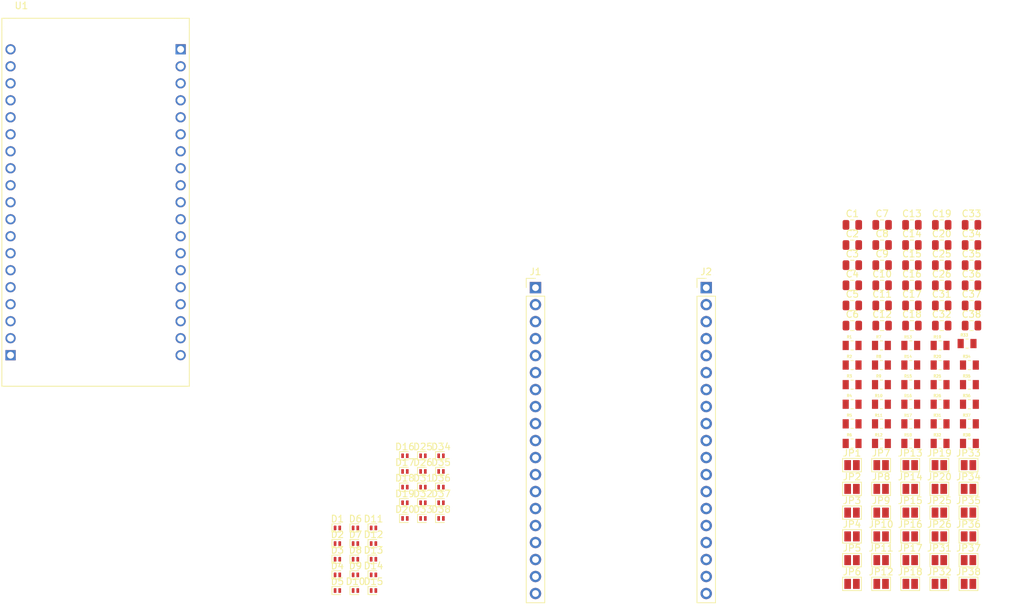
<source format=kicad_pcb>
(kicad_pcb (version 20241229) (generator "pcbnew") (generator_version "9.0")
  (layers (0 "F.Cu" signal) (2 "B.Cu" signal) (13 "F.Paste" user) (15 "B.Paste" user) (5 "F.SilkS" user "F.Silkscreen") (7 "B.SilkS" user "B.Silkscreen") (1 "F.Mask" user) (3 "B.Mask" user) (25 "Edge.Cuts" user))
  (net 0 "")
  (net 1 "Net-(JP1-A)")
  (net 2 "GND")
  (net 3 "Net-(JP2-A)")
  (net 4 "Net-(JP3-A)")
  (net 5 "Net-(JP4-A)")
  (net 6 "Net-(JP5-A)")
  (net 7 "Net-(JP6-A)")
  (net 8 "Net-(JP7-A)")
  (net 9 "Net-(JP8-A)")
  (net 10 "Net-(JP9-A)")
  (net 11 "Net-(JP10-A)")
  (net 12 "Net-(JP11-A)")
  (net 13 "Net-(JP12-A)")
  (net 14 "Net-(JP13-A)")
  (net 15 "Net-(JP14-A)")
  (net 16 "Net-(JP15-A)")
  (net 17 "Net-(JP16-A)")
  (net 18 "Net-(JP17-A)")
  (net 19 "Net-(JP18-A)")
  (net 20 "Net-(JP19-A)")
  (net 21 "Net-(JP20-A)")
  (net 22 "Net-(JP25-A)")
  (net 23 "Net-(JP26-A)")
  (net 24 "Net-(JP31-A)")
  (net 25 "Net-(JP32-A)")
  (net 26 "Net-(JP33-A)")
  (net 27 "Net-(JP34-A)")
  (net 28 "Net-(JP35-A)")
  (net 29 "Net-(JP36-A)")
  (net 30 "Net-(JP37-A)")
  (net 31 "Net-(JP38-A)")
  (net 32 "/GPIO_EXTERN_0")
  (net 33 "/GPIO_EXTERN_13")
  (net 34 "/GPIO_EXTERN_14")
  (net 35 "/GPIO_EXTERN_15")
  (net 36 "/GPIO_EXTERN_16")
  (net 37 "/GPIO_EXTERN_17")
  (net 38 "/GPIO_EXTERN_1")
  (net 39 "/GPIO_EXTERN_2")
  (net 40 "/GPIO_EXTERN_3")
  (net 41 "/GPIO_EXTERN_12")
  (net 42 "/GPIO_EXTERN_32")
  (net 43 "/GPIO_EXTERN_22")
  (net 44 "/GPIO_EXTERN_23")
  (net 45 "/GPIO_EXTERN_25")
  (net 46 "/GPIO_EXTERN_26")
  (net 47 "/GPIO_EXTERN_27")
  (net 48 "/GPIO_EXTERN_33")
  (net 49 "/GPIO_EXTERN_18")
  (net 50 "/GPIO_EXTERN_19")
  (net 51 "/GPIO_EXTERN_21")
  (net 52 "/GPIO_EXTERN_34")
  (net 53 "/GPIO_EXTERN_35")
  (net 54 "/GPIO_EXTERN_4")
  (net 55 "/GPIO_EXTERN_5")
  (net 56 "/GPIO_EXTERN_6")
  (net 57 "/GPIO_EXTERN_7")
  (net 58 "/GPIO_EXTERN_8")
  (net 59 "/GPIO_EXTERN_9")
  (net 60 "/GPIO_EXTERN_10")
  (net 61 "/GPIO_EXTERN_11")
  (net 62 "/IO_15")
  (net 63 "/IO_21")
  (net 64 "/IO_5")
  (net 65 "/IO_7")
  (net 66 "/IO_22")
  (net 67 "/IO_16")
  (net 68 "/IO_0")
  (net 69 "/IO_18")
  (net 70 "/IO_2")
  (net 71 "/IO_8")
  (net 72 "/IO_23")
  (net 73 "/IO_17")
  (net 74 "/IO_19")
  (net 75 "/IO_4")
  (net 76 "/IO_3")
  (net 77 "/IO_6")
  (net 78 "/IO_1")
  (net 79 "/EN")
  (net 80 "/IO_10")
  (net 81 "/IO_26")
  (net 82 "/IO_9")
  (net 83 "/IO_14")
  (net 84 "/IO_27")
  (net 85 "/IO_25")
  (net 86 "/IO_12")
  (net 87 "/IO_36")
  (net 88 "/IO_13")
  (net 89 "/IO_35")
  (net 90 "/IO_39")
  (net 91 "/IO_32")
  (net 93 "/IO_33")
  (net 94 "VIN 5V")
  (net 95 "/IO_11")
  (net 96 "/IO_34")
  (net 97 "/IO16")
  (net 98 "/IO­_22")
  (net 99 "/ESP32_GPIO_2")
  (net 100 "/ESP32_GPIO_22")
  (net 101 "/ESP32_GPIO_11")
  (net 102 "/ESP32_GPIO_35")
  (net 103 "/ESP32_GPIO_6")
  (net 106 "/ESP32_GPIO_16")
  (net 107 "/ESP32_GPIO_5")
  (net 108 "/ESP32_GPIO_0")
  (net 109 "/ESP32_GPIO­_1")
  (net 110 "/ESP32_GPIO_25")
  (net 111 "/ESP32_GPIO_27")
  (net 112 "/ESP32_GPIO_8")
  (net 113 "/ESP32_GPIO_33")
  (net 114 "/ESP32_GPIO_7")
  (net 115 "/ESP32_GPIO_34")
  (net 118 "/ESP32_GPIO_19")
  (net 120 "/ESP32_GPIO_4")
  (net 121 "/ESP32_GPIO_10")
  (net 122 "/ESP32_GPIO_26")
  (net 123 "/ESP32_GPIO_32")
  (net 124 "/ESP32_GPIO_21")
  (net 127 "/ESP32_GPIO­_14")
  (net 128 "/ESP32_GPIO_23")
  (net 129 "/ESP32_GPIO_17")
  (net 130 "/ESP32_GPIO­_3")
  (net 132 "/ESP32_GPIO_13")
  (net 133 "/ESP32_GPIO_12")
  (net 134 "/ESP32_GPIO_18")
  (net 135 "/ESP32_GPIO_15")
  (net 136 "/ESP32_GPIO_9")
  (footprint "Capacitor_SMD:C_0805_2012Metric" (layer "F.Cu") (at 190.22 74.3)
    (property "Reference" "C17" (at 0 -1.68 0) (layer "F.SilkS"))
    (property "Value" "100nf")
    (pad "1" smd roundrect (at -0.95 0) (size 1 1.45) (layers "F.Cu" "F.Mask" "F.Paste") (net 18 "Net-(JP17-A)"))
    (pad "2" smd roundrect (at 0.95 0) (size 1 1.45) (layers "F.Cu" "F.Mask" "F.Paste") (net 2 "GND"))
  )
  (footprint "Diode_SMD:D_SOD-882" (layer "F.Cu") (at 104.415 114.575)
    (property "Reference" "D4" (at 0 -1.35 0) (layer "F.SilkS"))
    (property "Value" "D_Zener")
    (pad "1" smd roundrect (at -0.35 0) (size 0.4 0.7) (layers "F.Cu" "F.Mask") (roundrect_rratio 0.125) (net 35 "/GPIO_EXTERN_15"))
    (pad "2" smd roundrect (at 0.35 0) (size 0.4 0.7) (layers "F.Cu" "F.Mask") (roundrect_rratio 0.125) (net 2 "GND"))
  )
  (footprint "Diode_SMD:D_SOD-882" (layer "F.Cu") (at 107.11 116.915)
    (property "Reference" "D10" (at 0 -1.35 0) (layer "F.SilkS"))
    (property "Value" "D_Zener")
    (pad "1" smd roundrect (at -0.35 0) (size 0.4 0.7) (layers "F.Cu" "F.Mask") (roundrect_rratio 0.125) (net 41 "/GPIO_EXTERN_12"))
    (pad "2" smd roundrect (at 0.35 0) (size 0.4 0.7) (layers "F.Cu" "F.Mask") (roundrect_rratio 0.125) (net 2 "GND"))
  )
  (footprint "Diode_SMD:D_SOD-882" (layer "F.Cu") (at 109.805 112.235)
    (property "Reference" "D13" (at 0 -1.35 0) (layer "F.SilkS"))
    (property "Value" "D_Zener")
    (pad "1" smd roundrect (at -0.35 0) (size 0.4 0.7) (layers "F.Cu" "F.Mask") (roundrect_rratio 0.125) (net 44 "/GPIO_EXTERN_23"))
    (pad "2" smd roundrect (at 0.35 0) (size 0.4 0.7) (layers "F.Cu" "F.Mask") (roundrect_rratio 0.125) (net 2 "GND"))
  )
  (footprint "Diode_SMD:D_SOD-882" (layer "F.Cu") (at 114.5 103.795)
    (property "Reference" "D19" (at 0 -1.35 0) (layer "F.SilkS"))
    (property "Value" "D_Zener")
    (pad "1" smd roundrect (at -0.35 0) (size 0.4 0.7) (layers "F.Cu" "F.Mask") (roundrect_rratio 0.125) (net 50 "/GPIO_EXTERN_19"))
    (pad "2" smd roundrect (at 0.35 0) (size 0.4 0.7) (layers "F.Cu" "F.Mask") (roundrect_rratio 0.125) (net 2 "GND"))
  )
  (footprint "Capacitor_SMD:C_0805_2012Metric" (layer "F.Cu") (at 181.32 65.27)
    (property "Reference" "C2" (at 0 -1.68 0) (layer "F.SilkS"))
    (property "Value" "100nf")
    (pad "1" smd roundrect (at -0.95 0) (size 1 1.45) (layers "F.Cu" "F.Mask" "F.Paste") (net 3 "Net-(JP2-A)"))
    (pad "2" smd roundrect (at 0.95 0) (size 1 1.45) (layers "F.Cu" "F.Mask" "F.Paste") (net 2 "GND"))
  )
  (footprint "RC0805FR-07330RL:RESC2012X60N" (layer "F.Cu") (at 185.665 80.28)
    (property "Reference" "R7" (at -0.41 -1.27 0) (layer "F.SilkS") (effects (font (size 0.393701 0.393701))))
    (property "Value" "150")
    (pad "1" smd rect (at -0.955 0) (size 0.92 1.38) (layers "F.Cu" "F.Mask" "F.Paste") (net 38 "/GPIO_EXTERN_1"))
    (pad "2" smd rect (at 0.955 0) (size 0.92 1.38) (layers "F.Cu" "F.Mask" "F.Paste") (net 78 "/IO_1"))
  )
  (footprint "Capacitor_SMD:C_0805_2012Metric" (layer "F.Cu") (at 199.12 74.3)
    (property "Reference" "C37" (at 0 -1.68 0) (layer "F.SilkS"))
    (property "Value" "100nf")
    (pad "1" smd roundrect (at -0.95 0) (size 1 1.45) (layers "F.Cu" "F.Mask" "F.Paste") (net 30 "Net-(JP37-A)"))
    (pad "2" smd roundrect (at 0.95 0) (size 1 1.45) (layers "F.Cu" "F.Mask" "F.Paste") (net 2 "GND"))
  )
  (footprint "Diode_SMD:D_SOD-882" (layer "F.Cu") (at 114.5 99.115)
    (property "Reference" "D17" (at 0 -1.35 0) (layer "F.SilkS"))
    (property "Value" "D_Zener")
    (pad "1" smd roundrect (at -0.35 0) (size 0.4 0.7) (layers "F.Cu" "F.Mask") (roundrect_rratio 0.125) (net 48 "/GPIO_EXTERN_33"))
    (pad "2" smd roundrect (at 0.35 0) (size 0.4 0.7) (layers "F.Cu" "F.Mask") (roundrect_rratio 0.125) (net 2 "GND"))
  )
  (footprint "Jumper:SolderJumper-2_P1.3mm_Open_Pad1.0x1.5mm" (layer "F.Cu") (at 181.27 105.27)
    (property "Reference" "JP3" (at 0 -1.8 0) (layer "F.SilkS"))
    (property "Value" "SolderJumper_2_Open")
    (pad "1" smd rect (at -0.65 0) (size 1 1.5) (layers "F.Cu" "F.Mask") (net 4 "Net-(JP3-A)"))
    (pad "2" smd rect (at 0.65 0) (size 1 1.5) (layers "F.Cu" "F.Mask") (net 83 "/IO_14"))
  )
  (footprint "Jumper:SolderJumper-2_P1.3mm_Open_Pad1.0x1.5mm" (layer "F.Cu") (at 194.32 105.27)
    (property "Reference" "JP25" (at 0 -1.8 0) (layer "F.SilkS"))
    (property "Value" "SolderJumper_2_Open")
    (pad "1" smd rect (at -0.65 0) (size 1 1.5) (layers "F.Cu" "F.Mask") (net 22 "Net-(JP25-A)"))
    (pad "2" smd rect (at 0.65 0) (size 1 1.5) (layers "F.Cu" "F.Mask") (net 96 "/IO_34"))
  )
  (footprint "Jumper:SolderJumper-2_P1.3mm_Open_Pad1.0x1.5mm" (layer "F.Cu") (at 189.97 115.92)
    (property "Reference" "JP18" (at 0 -1.8 0) (layer "F.SilkS"))
    (property "Value" "SolderJumper_2_Open")
    (pad "1" smd rect (at -0.65 0) (size 1 1.5) (layers "F.Cu" "F.Mask") (net 19 "Net-(JP18-A)"))
    (pad "2" smd rect (at 0.65 0) (size 1 1.5) (layers "F.Cu" "F.Mask") (net 69 "/IO_18"))
  )
  (footprint "RC0805FR-07330RL:RESC2012X60N" (layer "F.Cu") (at 198.455 80)
    (property "Reference" "R33" (at -0.41 -1.27 0) (layer "F.SilkS") (effects (font (size 0.393701 0.393701))))
    (property "Value" "150")
    (pad "1" smd rect (at -0.955 0) (size 0.92 1.38) (layers "F.Cu" "F.Mask" "F.Paste") (net 56 "/GPIO_EXTERN_6"))
    (pad "2" smd rect (at 0.955 0) (size 0.92 1.38) (layers "F.Cu" "F.Mask" "F.Paste") (net 77 "/IO_6"))
  )
  (footprint "Diode_SMD:D_SOD-882" (layer "F.Cu") (at 119.89 101.455)
    (property "Reference" "D36" (at 0 -1.35 0) (layer "F.SilkS"))
    (property "Value" "D_Zener")
    (pad "1" smd roundrect (at -0.35 0) (size 0.4 0.7) (layers "F.Cu" "F.Mask") (roundrect_rratio 0.125) (net 59 "/GPIO_EXTERN_9"))
    (pad "2" smd roundrect (at 0.35 0) (size 0.4 0.7) (layers "F.Cu" "F.Mask") (roundrect_rratio 0.125) (net 2 "GND"))
  )
  (footprint "RC0805FR-07330RL:RESC2012X60N" (layer "F.Cu") (at 194.425 92)
    (property "Reference" "R31" (at -0.41 -1.27 0) (layer "F.SilkS") (effects (font (size 0.393701 0.393701))))
    (property "Value" "150")
    (pad "1" smd rect (at -0.955 0) (size 0.92 1.38) (layers "F.Cu" "F.Mask" "F.Paste") (net 54 "/GPIO_EXTERN_4"))
    (pad "2" smd rect (at 0.955 0) (size 0.92 1.38) (layers "F.Cu" "F.Mask" "F.Paste") (net 75 "/IO_4"))
  )
  (footprint "RC0805FR-07330RL:RESC2012X60N" (layer "F.Cu") (at 198.805 92)
    (property "Reference" "R37" (at -0.41 -1.27 0) (layer "F.SilkS") (effects (font (size 0.393701 0.393701))))
    (property "Value" "150")
    (pad "1" smd rect (at -0.955 0) (size 0.92 1.38) (layers "F.Cu" "F.Mask" "F.Paste") (net 60 "/GPIO_EXTERN_10"))
    (pad "2" smd rect (at 0.955 0) (size 0.92 1.38) (layers "F.Cu" "F.Mask" "F.Paste") (net 80 "/IO_10"))
  )
  (footprint "RC0805FR-07330RL:RESC2012X60N" (layer "F.Cu") (at 185.665 94.93)
    (property "Reference" "R12" (at -0.41 -1.27 0) (layer "F.SilkS") (effects (font (size 0.393701 0.393701))))
    (property "Value" "150")
    (pad "1" smd rect (at -0.955 0) (size 0.92 1.38) (layers "F.Cu" "F.Mask" "F.Paste") (net 43 "/GPIO_EXTERN_22"))
    (pad "2" smd rect (at 0.955 0) (size 0.92 1.38) (layers "F.Cu" "F.Mask" "F.Paste") (net 98 "/IO­_22"))
  )
  (footprint "Diode_SMD:D_SOD-882" (layer "F.Cu") (at 114.5 101.455)
    (property "Reference" "D18" (at 0 -1.35 0) (layer "F.SilkS"))
    (property "Value" "D_Zener")
    (pad "1" smd roundrect (at -0.35 0) (size 0.4 0.7) (layers "F.Cu" "F.Mask") (roundrect_rratio 0.125) (net 49 "/GPIO_EXTERN_18"))
    (pad "2" smd roundrect (at 0.35 0) (size 0.4 0.7) (layers "F.Cu" "F.Mask") (roundrect_rratio 0.125) (net 2 "GND"))
  )
  (footprint "Capacitor_SMD:C_0805_2012Metric" (layer "F.Cu") (at 194.67 62.26)
    (property "Reference" "C19" (at 0 -1.68 0) (layer "F.SilkS"))
    (property "Value" "100nf")
    (pad "1" smd roundrect (at -0.95 0) (size 1 1.45) (layers "F.Cu" "F.Mask" "F.Paste") (net 20 "Net-(JP19-A)"))
    (pad "2" smd roundrect (at 0.95 0) (size 1 1.45) (layers "F.Cu" "F.Mask" "F.Paste") (net 2 "GND"))
  )
  (footprint "Capacitor_SMD:C_0805_2012Metric" (layer "F.Cu") (at 190.22 68.28)
    (property "Reference" "C15" (at 0 -1.68 0) (layer "F.SilkS"))
    (property "Value" "100nf")
    (pad "1" smd roundrect (at -0.95 0) (size 1 1.45) (layers "F.Cu" "F.Mask" "F.Paste") (net 16 "Net-(JP15-A)"))
    (pad "2" smd roundrect (at 0.95 0) (size 1 1.45) (layers "F.Cu" "F.Mask" "F.Paste") (net 2 "GND"))
  )
  (footprint "RC0805FR-07330RL:RESC2012X60N" (layer "F.Cu") (at 190.045 86.14)
    (property "Reference" "R15" (at -0.41 -1.27 0) (layer "F.SilkS") (effects (font (size 0.393701 0.393701))))
    (property "Value" "150")
    (pad "1" smd rect (at -0.955 0) (size 0.92 1.38) (layers "F.Cu" "F.Mask" "F.Paste") (net 46 "/GPIO_EXTERN_26"))
    (pad "2" smd rect (at 0.955 0) (size 0.92 1.38) (layers "F.Cu" "F.Mask" "F.Paste") (net 81 "/IO_26"))
  )
  (footprint "RC0805FR-07330RL:RESC2012X60N" (layer "F.Cu") (at 181.285 92)
    (property "Reference" "R5" (at -0.41 -1.27 0) (layer "F.SilkS") (effects (font (size 0.393701 0.393701))))
    (property "Value" "150")
    (pad "1" smd rect (at -0.955 0) (size 0.92 1.38) (layers "F.Cu" "F.Mask" "F.Paste") (net 36 "/GPIO_EXTERN_16"))
    (pad "2" smd rect (at 0.955 0) (size 0.92 1.38) (layers "F.Cu" "F.Mask" "F.Paste") (net 97 "/IO16"))
  )
  (footprint "RC0805FR-07330RL:RESC2012X60N" (layer "F.Cu") (at 185.665 89.07)
    (property "Reference" "R10" (at -0.41 -1.27 0) (layer "F.SilkS") (effects (font (size 0.393701 0.393701))))
    (property "Value" "150")
    (pad "1" smd rect (at -0.955 0) (size 0.92 1.38) (layers "F.Cu" "F.Mask" "F.Paste") (net 41 "/GPIO_EXTERN_12"))
    (pad "2" smd rect (at 0.955 0) (size 0.92 1.38) (layers "F.Cu" "F.Mask" "F.Paste") (net 86 "/IO_12"))
  )
  (footprint "Jumper:SolderJumper-2_P1.3mm_Open_Pad1.0x1.5mm" (layer "F.Cu") (at 185.62 105.27)
    (property "Reference" "JP9" (at 0 -1.8 0) (layer "F.SilkS"))
    (property "Value" "SolderJumper_2_Open")
    (pad "1" smd rect (at -0.65 0) (size 1 1.5) (layers "F.Cu" "F.Mask") (net 10 "Net-(JP9-A)"))
    (pad "2" smd rect (at 0.65 0) (size 1 1.5) (layers "F.Cu" "F.Mask") (net 76 "/IO_3"))
  )
  (footprint "Capacitor_SMD:C_0805_2012Metric" (layer "F.Cu") (at 181.32 62.26)
    (property "Reference" "C1" (at 0 -1.68 0) (layer "F.SilkS"))
    (property "Value" "100nf")
    (pad "1" smd roundrect (at -0.95 0) (size 1 1.45) (layers "F.Cu" "F.Mask" "F.Paste") (net 1 "Net-(JP1-A)"))
    (pad "2" smd roundrect (at 0.95 0) (size 1 1.45) (layers "F.Cu" "F.Mask" "F.Paste") (net 2 "GND"))
  )
  (footprint "ESP32_NODEMCU:MODULE_ESP32_NODEMCU" (layer "F.Cu") (at 68.3 58.88)
    (property "Reference" "U1" (at -11.075 -29.385 0) (layer "F.SilkS"))
    (property "Value" "ESP32_NODEMCU")
    (pad "" np_thru_hole circle (at -12.5 -26) (size 2.25 2.25) (drill 2.25) (layers "*.Cu" "*.Mask"))
    (pad "" np_thru_hole circle (at -12.5 26) (size 2.25 2.25) (drill 2.25) (layers "*.Cu" "*.Mask"))
    (pad "" np_thru_hole circle (at 12.5 -26) (size 2.25 2.25) (drill 2.25) (layers "*.Cu" "*.Mask"))
    (pad "" np_thru_hole circle (at 12.5 26) (size 2.25 2.25) (drill 2.25) (layers "*.Cu" "*.Mask"))
    (pad "J4_1" thru_hole rect (at 12.7 -22.86) (size 1.53 1.53) (drill 1.02) (layers "*.Cu" "*.Mask"))
    (pad "J4_2" thru_hole circle (at 12.7 -20.32) (size 1.53 1.53) (drill 1.02) (layers "*.Cu" "*.Mask") (net 128 "/ESP32_GPIO_23"))
    (pad "J4_3" thru_hole circle (at 12.7 -17.78) (size 1.53 1.53) (drill 1.02) (layers "*.Cu" "*.Mask") (net 100 "/ESP32_GPIO_22"))
    (pad "J4_4" thru_hole circle (at 12.7 -15.24) (size 1.53 1.53) (drill 1.02) (layers "*.Cu" "*.Mask") (net 109 "/ESP32_GPIO­_1"))
    (pad "J4_5" thru_hole circle (at 12.7 -12.7) (size 1.53 1.53) (drill 1.02) (layers "*.Cu" "*.Mask") (net 130 "/ESP32_GPIO­_3"))
    (pad "J4_6" thru_hole circle (at 12.7 -10.16) (size 1.53 1.53) (drill 1.02) (layers "*.Cu" "*.Mask") (net 124 "/ESP32_GPIO_21"))
    (pad "J4_7" thru_hole circle (at 12.7 -7.62) (size 1.53 1.53) (drill 1.02) (layers "*.Cu" "*.Mask"))
    (pad "J4_8" thru_hole circle (at 12.7 -5.08) (size 1.53 1.53) (drill 1.02) (layers "*.Cu" "*.Mask") (net 118 "/ESP32_GPIO_19"))
    (pad "J4_9" thru_hole circle (at 12.7 -2.54) (size 1.53 1.53) (drill 1.02) (layers "*.Cu" "*.Mask") (net 134 "/ESP32_GPIO_18"))
    (pad "J4_10" thru_hole circle (at 12.7 0) (size 1.53 1.53) (drill 1.02) (layers "*.Cu" "*.Mask") (net 107 "/ESP32_GPIO_5"))
    (pad "J4_11" thru_hole circle (at 12.7 2.54) (size 1.53 1.53) (drill 1.02) (layers "*.Cu" "*.Mask") (net 129 "/ESP32_GPIO_17"))
    (pad "J4_12" thru_hole circle (at 12.7 5.08) (size 1.53 1.53) (drill 1.02) (layers "*.Cu" "*.Mask") (net 106 "/ESP32_GPIO_16"))
    (pad "J4_13" thru_hole circle (at 12.7 7.62) (size 1.53 1.53) (drill 1.02) (layers "*.Cu" "*.Mask") (net 120 "/ESP32_GPIO_4"))
    (pad "J4_14" thru_hole circle (at 12.7 10.16) (size 1.53 1.53) (drill 1.02) (layers "*.Cu" "*.Mask") (net 108 "/ESP32_GPIO_0"))
    (pad "J4_15" thru_hole circle (at 12.7 12.7) (size 1.53 1.53) (drill 1.02) (layers "*.Cu" "*.Mask") (net 99 "/ESP32_GPIO_2"))
    (pad "J4_16" thru_hole circle (at 12.7 15.24) (size 1.53 1.53) (drill 1.02) (layers "*.Cu" "*.Mask") (net 135 "/ESP32_GPIO_15"))
    (pad "J4_17" thru_hole circle (at 12.7 17.78) (size 1.53 1.53) (drill 1.02) (layers "*.Cu" "*.Mask") (net 112 "/ESP32_GPIO_8"))
    (pad "J4_18" thru_hole circle (at 12.7 20.32) (size 1.53 1.53) (drill 1.02) (layers "*.Cu" "*.Mask") (net 114 "/ESP32_GPIO_7"))
    (pad "J4_19" thru_hole circle (at 12.7 22.86) (size 1.53 1.53) (drill 1.02) (layers "*.Cu" "*.Mask") (net 103 "/ESP32_GPIO_6"))
    (pad "J5_1" thru_hole rect (at -12.7 22.86) (size 1.53 1.53) (drill 1.02) (layers "*.Cu" "*.Mask"))
    (pad "J5_2" thru_hole circle (at -12.7 20.32) (size 1.53 1.53) (drill 1.02) (layers "*.Cu" "*.Mask") (net 101 "/ESP32_GPIO_11"))
    (pad "J5_3" thru_hole circle (at -12.7 17.78) (size 1.53 1.53) (drill 1.02) (layers "*.Cu" "*.Mask") (net 121 "/ESP32_GPIO_10"))
    (pad "J5_4" thru_hole circle (at -12.7 15.24) (size 1.53 1.53) (drill 1.02) (layers "*.Cu" "*.Mask") (net 136 "/ESP32_GPIO_9"))
    (pad "J5_5" thru_hole circle (at -12.7 12.7) (size 1.53 1.53) (drill 1.02) (layers "*.Cu" "*.Mask") (net 132 "/ESP32_GPIO_13"))
    (pad "J5_6" thru_hole circle (at -12.7 10.16) (size 1.53 1.53) (drill 1.02) (layers "*.Cu" "*.Mask"))
    (pad "J5_7" thru_hole circle (at -12.7 7.62) (size 1.53 1.53) (drill 1.02) (layers "*.Cu" "*.Mask") (net 133 "/ESP32_GPIO_12"))
    (pad "J5_8" thru_hole circle (at -12.7 5.08) (size 1.53 1.53) (drill 1.02) (layers "*.Cu" "*.Mask") (net 127 "/ESP32_GPIO­_14"))
    (pad "J5_9" thru_hole circle (at -12.7 2.54) (size 1.53 1.53) (drill 1.02) (layers "*.Cu" "*.Mask") (net 111 "/ESP32_GPIO_27"))
    (pad "J5_10" thru_hole circle (at -12.7 0) (size 1.53 1.53) (drill 1.02) (layers "*.Cu" "*.Mask") (net 122 "/ESP32_GPIO_26"))
    (pad "J5_11" thru_hole circle (at -12.7 -2.54) (size 1.53 1.53) (drill 1.02) (layers "*.Cu" "*.Mask") (net 110 "/ESP32_GPIO_25"))
    (pad "J5_12" thru_hole circle (at -12.7 -5.08) (size 1.53 1.53) (drill 1.02) (layers "*.Cu" "*.Mask") (net 113 "/ESP32_GPIO_33"))
    (pad "J5_13" thru_hole circle (at -12.7 -7.62) (size 1.53 1.53) (drill 1.02) (layers "*.Cu" "*.Mask") (net 123 "/ESP32_GPIO_32"))
    (pad "J5_14" thru_hole circle (at -12.7 -10.16) (size 1.53 1.53) (drill 1.02) (layers "*.Cu" "*.Mask") (net 102 "/ESP32_GPIO_35"))
    (pad "J5_15" thru_hole circle (at -12.7 -12.7) (size 1.53 1.53) (drill 1.02) (layers "*.Cu" "*.Mask") (net 115 "/ESP32_GPIO_34"))
    (pad "J5_16" thru_hole circle (at -12.7 -15.24) (size 1.53 1.53) (drill 1.02) (layers "*.Cu" "*.Mask"))
    (pad "J5_17" thru_hole circle (at -12.7 -17.78) (size 1.53 1.53) (drill 1.02) (layers "*.Cu" "*.Mask"))
    (pad "J5_18" thru_hole circle (at -12.7 -20.32) (size 1.53 1.53) (drill 1.02) (layers "*.Cu" "*.Mask"))
    (pad "J5_19" thru_hole circle (at -12.7 -22.86) (size 1.53 1.53) (drill 1.02) (layers "*.Cu" "*.Mask"))
  )
  (footprint "Diode_SMD:D_SOD-882" (layer "F.Cu") (at 104.415 112.235)
    (property "Reference" "D3" (at 0 -1.35 0) (layer "F.SilkS"))
    (property "Value" "D_Zener")
    (pad "1" smd roundrect (at -0.35 0) (size 0.4 0.7) (layers "F.Cu" "F.Mask") (roundrect_rratio 0.125) (net 34 "/GPIO_EXTERN_14"))
    (pad "2" smd roundrect (at 0.35 0) (size 0.4 0.7) (layers "F.Cu" "F.Mask") (roundrect_rratio 0.125) (net 2 "GND"))
  )
  (footprint "Diode_SMD:D_SOD-882" (layer "F.Cu") (at 117.195 103.795)
    (property "Reference" "D32" (at 0 -1.35 0) (layer "F.SilkS"))
    (property "Value" "D_Zener")
    (pad "1" smd roundrect (at -0.35 0) (size 0.4 0.7) (layers "F.Cu" "F.Mask") (roundrect_rratio 0.125) (net 55 "/GPIO_EXTERN_5"))
    (pad "2" smd roundrect (at 0.35 0) (size 0.4 0.7) (layers "F.Cu" "F.Mask") (roundrect_rratio 0.125) (net 2 "GND"))
  )
  (footprint "RC0805FR-07330RL:RESC2012X60N" (layer "F.Cu") (at 185.665 92)
    (property "Reference" "R11" (at -0.41 -1.27 0) (layer "F.SilkS") (effects (font (size 0.393701 0.393701))))
    (property "Value" "150")
    (pad "1" smd rect (at -0.955 0) (size 0.92 1.38) (layers "F.Cu" "F.Mask" "F.Paste") (net 42 "/GPIO_EXTERN_32"))
    (pad "2" smd rect (at 0.955 0) (size 0.92 1.38) (layers "F.Cu" "F.Mask" "F.Paste") (net 91 "/IO_32"))
  )
  (footprint "Capacitor_SMD:C_0805_2012Metric" (layer "F.Cu") (at 185.77 62.26)
    (property "Reference" "C7" (at 0 -1.68 0) (layer "F.SilkS"))
    (property "Value" "100nf")
    (pad "1" smd roundrect (at -0.95 0) (size 1 1.45) (layers "F.Cu" "F.Mask" "F.Paste") (net 8 "Net-(JP7-A)"))
    (pad "2" smd roundrect (at 0.95 0) (size 1 1.45) (layers "F.Cu" "F.Mask" "F.Paste") (net 2 "GND"))
  )
  (footprint "Capacitor_SMD:C_0805_2012Metric" (layer "F.Cu") (at 199.12 62.26)
    (property "Reference" "C33" (at 0 -1.68 0) (layer "F.SilkS"))
    (property "Value" "100nf")
    (pad "1" smd roundrect (at -0.95 0) (size 1 1.45) (layers "F.Cu" "F.Mask" "F.Paste") (net 26 "Net-(JP33-A)"))
    (pad "2" smd roundrect (at 0.95 0) (size 1 1.45) (layers "F.Cu" "F.Mask" "F.Paste") (net 2 "GND"))
  )
  (footprint "RC0805FR-07330RL:RESC2012X60N" (layer "F.Cu") (at 194.425 83.21)
    (property "Reference" "R20" (at -0.41 -1.27 0) (layer "F.SilkS") (effects (font (size 0.393701 0.393701))))
    (property "Value" "150")
    (pad "1" smd rect (at -0.955 0) (size 0.92 1.38) (layers "F.Cu" "F.Mask" "F.Paste") (net 51 "/GPIO_EXTERN_21"))
    (pad "2" smd rect (at 0.955 0) (size 0.92 1.38) (layers "F.Cu" "F.Mask" "F.Paste") (net 63 "/IO_21"))
  )
  (footprint "RC0805FR-07330RL:RESC2012X60N" (layer "F.Cu") (at 181.285 89.07)
    (property "Reference" "R4" (at -0.41 -1.27 0) (layer "F.SilkS") (effects (font (size 0.393701 0.393701))))
    (property "Value" "150")
    (pad "1" smd rect (at -0.955 0) (size 0.92 1.38) (layers "F.Cu" "F.Mask" "F.Paste") (net 35 "/GPIO_EXTERN_15"))
    (pad "2" smd rect (at 0.955 0) (size 0.92 1.38) (layers "F.Cu" "F.Mask" "F.Paste") (net 62 "/IO_15"))
  )
  (footprint "Capacitor_SMD:C_0805_2012Metric" (layer "F.Cu") (at 199.12 65.27)
    (property "Reference" "C34" (at 0 -1.68 0) (layer "F.SilkS"))
    (property "Value" "100nf")
    (pad "1" smd roundrect (at -0.95 0) (size 1 1.45) (layers "F.Cu" "F.Mask" "F.Paste") (net 27 "Net-(JP34-A)"))
    (pad "2" smd roundrect (at 0.95 0) (size 1 1.45) (layers "F.Cu" "F.Mask" "F.Paste") (net 2 "GND"))
  )
  (footprint "Capacitor_SMD:C_0805_2012Metric" (layer "F.Cu") (at 190.22 77.31)
    (property "Reference" "C18" (at 0 -1.68 0) (layer "F.SilkS"))
    (property "Value" "100nf")
    (pad "1" smd roundrect (at -0.95 0) (size 1 1.45) (layers "F.Cu" "F.Mask" "F.Paste") (net 19 "Net-(JP18-A)"))
    (pad "2" smd roundrect (at 0.95 0) (size 1 1.45) (layers "F.Cu" "F.Mask" "F.Paste") (net 2 "GND"))
  )
  (footprint "Capacitor_SMD:C_0805_2012Metric" (layer "F.Cu") (at 199.12 71.29)
    (property "Reference" "C36" (at 0 -1.68 0) (layer "F.SilkS"))
    (property "Value" "100nf")
    (pad "1" smd roundrect (at -0.95 0) (size 1 1.45) (layers "F.Cu" "F.Mask" "F.Paste") (net 29 "Net-(JP36-A)"))
    (pad "2" smd roundrect (at 0.95 0) (size 1 1.45) (layers "F.Cu" "F.Mask" "F.Paste") (net 2 "GND"))
  )
  (footprint "RC0805FR-07330RL:RESC2012X60N" (layer "F.Cu") (at 185.665 86.14)
    (property "Reference" "R9" (at -0.41 -1.27 0) (layer "F.SilkS") (effects (font (size 0.393701 0.393701))))
    (property "Value" "150")
    (pad "1" smd rect (at -0.955 0) (size 0.92 1.38) (layers "F.Cu" "F.Mask" "F.Paste") (net 40 "/GPIO_EXTERN_3"))
    (pad "2" smd rect (at 0.955 0) (size 0.92 1.38) (layers "F.Cu" "F.Mask" "F.Paste") (net 76 "/IO_3"))
  )
  (footprint "Connector_PinHeader_2.54mm:PinHeader_1x19_P2.54mm_Vertical" (layer "F.Cu") (at 134 71.64)
    (property "Reference" "J1" (at 0 -2.38 0) (layer "F.SilkS"))
    (property "Value" "Conn_01x19_Socket")
    (pad "1" thru_hole rect (at 0 0) (size 1.7 1.7) (drill 1) (layers "*.Cu" "*.Mask") (net 77 "/IO_6"))
    (pad "2" thru_hole circle (at 0 2.54) (size 1.7 1.7) (drill 1) (layers "*.Cu" "*.Mask") (net 65 "/IO_7"))
    (pad "3" thru_hole circle (at 0 5.08) (size 1.7 1.7) (drill 1) (layers "*.Cu" "*.Mask") (net 71 "/IO_8"))
    (pad "4" thru_hole circle (at 0 7.62) (size 1.7 1.7) (drill 1) (layers "*.Cu" "*.Mask") (net 62 "/IO_15"))
    (pad "5" thru_hole circle (at 0 10.16) (size 1.7 1.7) (drill 1) (layers "*.Cu" "*.Mask") (net 70 "/IO_2"))
    (pad "6" thru_hole circle (at 0 12.7) (size 1.7 1.7) (drill 1) (layers "*.Cu" "*.Mask") (net 68 "/IO_0"))
    (pad "7" thru_hole circle (at 0 15.24) (size 1.7 1.7) (drill 1) (layers "*.Cu" "*.Mask") (net 75 "/IO_4"))
    (pad "8" thru_hole circle (at 0 17.78) (size 1.7 1.7) (drill 1) (layers "*.Cu" "*.Mask") (net 67 "/IO_16"))
    (pad "9" thru_hole circle (at 0 20.32) (size 1.7 1.7) (drill 1) (layers "*.Cu" "*.Mask") (net 73 "/IO_17"))
    (pad "10" thru_hole circle (at 0 22.86) (size 1.7 1.7) (drill 1) (layers "*.Cu" "*.Mask") (net 64 "/IO_5"))
    (pad "11" thru_hole circle (at 0 25.4) (size 1.7 1.7) (drill 1) (layers "*.Cu" "*.Mask") (net 69 "/IO_18"))
    (pad "12" thru_hole circle (at 0 27.94) (size 1.7 1.7) (drill 1) (layers "*.Cu" "*.Mask") (net 74 "/IO_19"))
    (pad "13" thru_hole circle (at 0 30.48) (size 1.7 1.7) (drill 1) (layers "*.Cu" "*.Mask") (net 2 "GND"))
    (pad "14" thru_hole circle (at 0 33.02) (size 1.7 1.7) (drill 1) (layers "*.Cu" "*.Mask") (net 63 "/IO_21"))
    (pad "15" thru_hole circle (at 0 35.56) (size 1.7 1.7) (drill 1) (layers "*.Cu" "*.Mask") (net 76 "/IO_3"))
    (pad "16" thru_hole circle (at 0 38.1) (size 1.7 1.7) (drill 1) (layers "*.Cu" "*.Mask") (net 78 "/IO_1"))
    (pad "17" thru_hole circle (at 0 40.64) (size 1.7 1.7) (drill 1) (layers "*.Cu" "*.Mask") (net 66 "/IO_22"))
    (pad "18" thru_hole circle (at 0 43.18) (size 1.7 1.7) (drill 1) (layers "*.Cu" "*.Mask") (net 72 "/IO_23"))
    (pad "19" thru_hole circle (at 0 45.72) (size 1.7 1.7) (drill 1) (layers "*.Cu" "*.Mask") (net 2 "GND"))
  )
  (footprint "Capacitor_SMD:C_0805_2012Metric" (layer "F.Cu") (at 194.67 71.29)
    (property "Reference" "C26" (at 0 -1.68 0) (layer "F.SilkS"))
    (property "Value" "100nf")
    (pad "1" smd roundrect (at -0.95 0) (size 1 1.45) (layers "F.Cu" "F.Mask" "F.Paste") (net 23 "Net-(JP26-A)"))
    (pad "2" smd roundrect (at 0.95 0) (size 1 1.45) (layers "F.Cu" "F.Mask" "F.Paste") (net 2 "GND"))
  )
  (footprint "Jumper:SolderJumper-2_P1.3mm_Open_Pad1.0x1.5mm" (layer "F.Cu") (at 181.27 108.82)
    (property "Reference" "JP4" (at 0 -1.8 0) (layer "F.SilkS"))
    (property "Value" "SolderJumper_2_Open")
    (pad "1" smd rect (at -0.65 0) (size 1 1.5) (layers "F.Cu" "F.Mask") (net 5 "Net-(JP4-A)"))
    (pad "2" smd rect (at 0.65 0) (size 1 1.5) (layers "F.Cu" "F.Mask") (net 62 "/IO_15"))
  )
  (footprint "Jumper:SolderJumper-2_P1.3mm_Open_Pad1.0x1.5mm" (layer "F.Cu") (at 185.62 108.82)
    (property "Reference" "JP10" (at 0 -1.8 0) (layer "F.SilkS"))
    (property "Value" "SolderJumper_2_Open")
    (pad "1" smd rect (at -0.65 0) (size 1 1.5) (layers "F.Cu" "F.Mask") (net 11 "Net-(JP10-A)"))
    (pad "2" smd rect (at 0.65 0) (size 1 1.5) (layers "F.Cu" "F.Mask") (net 86 "/IO_12"))
  )
  (footprint "Diode_SMD:D_SOD-882" (layer "F.Cu") (at 109.805 109.895)
    (property "Reference" "D12" (at 0 -1.35 0) (layer "F.SilkS"))
    (property "Value" "D_Zener")
    (pad "1" smd roundrect (at -0.35 0) (size 0.4 0.7) (layers "F.Cu" "F.Mask") (roundrect_rratio 0.125) (net 43 "/GPIO_EXTERN_22"))
    (pad "2" smd roundrect (at 0.35 0) (size 0.4 0.7) (layers "F.Cu" "F.Mask") (roundrect_rratio 0.125) (net 2 "GND"))
  )
  (footprint "Capacitor_SMD:C_0805_2012Metric" (layer "F.Cu") (at 185.77 77.31)
    (property "Reference" "C12" (at 0 -1.68 0) (layer "F.SilkS"))
    (property "Value" "100nf")
    (pad "1" smd roundrect (at -0.95 0) (size 1 1.45) (layers "F.Cu" "F.Mask" "F.Paste") (net 13 "Net-(JP12-A)"))
    (pad "2" smd roundrect (at 0.95 0) (size 1 1.45) (layers "F.Cu" "F.Mask" "F.Paste") (net 2 "GND"))
  )
  (footprint "RC0805FR-07330RL:RESC2012X60N" (layer "F.Cu") (at 190.045 80.28)
    (property "Reference" "R13" (at -0.41 -1.27 0) (layer "F.SilkS") (effects (font (size 0.393701 0.393701))))
    (property "Value" "150")
    (pad "1" smd rect (at -0.955 0) (size 0.92 1.38) (layers "F.Cu" "F.Mask" "F.Paste") (net 44 "/GPIO_EXTERN_23"))
    (pad "2" smd rect (at 0.955 0) (size 0.92 1.38) (layers "F.Cu" "F.Mask" "F.Paste") (net 72 "/IO_23"))
  )
  (footprint "RC0805FR-07330RL:RESC2012X60N" (layer "F.Cu") (at 181.285 94.93)
    (property "Reference" "R6" (at -0.41 -1.27 0) (layer "F.SilkS") (effects (font (size 0.393701 0.393701))))
    (property "Value" "150")
    (pad "1" smd rect (at -0.955 0) (size 0.92 1.38) (layers "F.Cu" "F.Mask" "F.Paste") (net 37 "/GPIO_EXTERN_17"))
    (pad "2" smd rect (at 0.955 0) (size 0.92 1.38) (layers "F.Cu" "F.Mask" "F.Paste") (net 73 "/IO_17"))
  )
  (footprint "RC0805FR-07330RL:RESC2012X60N" (layer "F.Cu") (at 198.805 86.14)
    (property "Reference" "R35" (at -0.41 -1.27 0) (layer "F.SilkS") (effects (font (size 0.393701 0.393701))))
    (property "Value" "150")
    (pad "1" smd rect (at -0.955 0) (size 0.92 1.38) (layers "F.Cu" "F.Mask" "F.Paste") (net 58 "/GPIO_EXTERN_8"))
    (pad "2" smd rect (at 0.955 0) (size 0.92 1.38) (layers "F.Cu" "F.Mask" "F.Paste") (net 71 "/IO_8"))
  )
  (footprint "Capacitor_SMD:C_0805_2012Metric" (layer "F.Cu") (at 190.22 71.29)
    (property "Reference" "C16" (at 0 -1.68 0) (layer "F.SilkS"))
    (property "Value" "100nf")
    (pad "1" smd roundrect (at -0.95 0) (size 1 1.45) (layers "F.Cu" "F.Mask" "F.Paste") (net 17 "Net-(JP16-A)"))
    (pad "2" smd roundrect (at 0.95 0) (size 1 1.45) (layers "F.Cu" "F.Mask" "F.Paste") (net 2 "GND"))
  )
  (footprint "RC0805FR-07330RL:RESC2012X60N" (layer "F.Cu") (at 185.665 83.21)
    (property "Reference" "R8" (at -0.41 -1.27 0) (layer "F.SilkS") (effects (font (size 0.393701 0.393701))))
    (property "Value" "150")
    (pad "1" smd rect (at -0.955 0) (size 0.92 1.38) (layers "F.Cu" "F.Mask" "F.Paste") (net 39 "/GPIO_EXTERN_2"))
    (pad "2" smd rect (at 0.955 0) (size 0.92 1.38) (layers "F.Cu" "F.Mask" "F.Paste") (net 70 "/IO_2"))
  )
  (footprint "RC0805FR-07330RL:RESC2012X60N" (layer "F.Cu") (at 181.285 80.28)
    (property "Reference" "R1" (at -0.41 -1.27 0) (layer "F.SilkS") (effects (font (size 0.393701 0.393701))))
    (property "Value" "150")
    (pad "1" smd rect (at -0.955 0) (size 0.92 1.38) (layers "F.Cu" "F.Mask" "F.Paste") (net 32 "/GPIO_EXTERN_0"))
    (pad "2" smd rect (at 0.955 0) (size 0.92 1.38) (layers "F.Cu" "F.Mask" "F.Paste") (net 68 "/IO_0"))
  )
  (footprint "RC0805FR-07330RL:RESC2012X60N" (layer "F.Cu") (at 194.425 94.93)
    (property "Reference" "R32" (at -0.41 -1.27 0) (layer "F.SilkS") (effects (font (size 0.393701 0.393701))))
    (property "Value" "150")
    (pad "1" smd rect (at -0.955 0) (size 0.92 1.38) (layers "F.Cu" "F.Mask" "F.Paste") (net 55 "/GPIO_EXTERN_5"))
    (pad "2" smd rect (at 0.955 0) (size 0.92 1.38) (layers "F.Cu" "F.Mask" "F.Paste") (net 64 "/IO_5"))
  )
  (footprint "Diode_SMD:D_SOD-882" (layer "F.Cu") (at 107.11 112.235)
    (property "Reference" "D8" (at 0 -1.35 0) (layer "F.SilkS"))
    (property "Value" "D_Zener")
    (pad "1" smd roundrect (at -0.35 0) (size 0.4 0.7) (layers "F.Cu" "F.Mask") (roundrect_rratio 0.125) (net 39 "/GPIO_EXTERN_2"))
    (pad "2" smd roundrect (at 0.35 0) (size 0.4 0.7) (layers "F.Cu" "F.Mask") (roundrect_rratio 0.125) (net 2 "GND"))
  )
  (footprint "Diode_SMD:D_SOD-882" (layer "F.Cu") (at 107.11 114.575)
    (property "Reference" "D9" (at 0 -1.35 0) (layer "F.SilkS"))
    (property "Value" "D_Zener")
    (pad "1" smd roundrect (at -0.35 0) (size 0.4 0.7) (layers "F.Cu" "F.Mask") (roundrect_rratio 0.125) (net 40 "/GPIO_EXTERN_3"))
    (pad "2" smd roundrect (at 0.35 0) (size 0.4 0.7) (layers "F.Cu" "F.Mask") (roundrect_rratio 0.125) (net 2 "GND"))
  )
  (footprint "Jumper:SolderJumper-2_P1.3mm_Open_Pad1.0x1.5mm" (layer "F.Cu") (at 189.97 98.17)
    (property "Reference" "JP13" (at 0 -1.8 0) (layer "F.SilkS"))
    (property "Value" "SolderJumper_2_Open")
    (pad "1" smd rect (at -0.65 0) (size 1 1.5) (layers "F.Cu" "F.Mask") (net 14 "Net-(JP13-A)"))
    (pad "2" smd rect (at 0.65 0) (size 1 1.5) (layers "F.Cu" "F.Mask") (net 72 "/IO_23"))
  )
  (footprint "Diode_SMD:D_SOD-882" (layer "F.Cu") (at 109.805 107.555)
    (property "Reference" "D11" (at 0 -1.35 0) (layer "F.SilkS"))
    (property "Value" "D_Zener")
    (pad "1" smd roundrect (at -0.35 0) (size 0.4 0.7) (layers "F.Cu" "F.Mask") (roundrect_rratio 0.125) (net 42 "/GPIO_EXTERN_32"))
    (pad "2" smd roundrect (at 0.35 0) (size 0.4 0.7) (layers "F.Cu" "F.Mask") (roundrect_rratio 0.125) (net 2 "GND"))
  )
  (footprint "Jumper:SolderJumper-2_P1.3mm_Open_Pad1.0x1.5mm" (layer "F.Cu") (at 181.27 115.92)
    (property "Reference" "JP6" (at 0 -1.8 0) (layer "F.SilkS"))
    (property "Value" "SolderJumper_2_Open")
    (pad "1" smd rect (at -0.65 0) (size 1 1.5) (layers "F.Cu" "F.Mask") (net 7 "Net-(JP6-A)"))
    (pad "2" smd rect (at 0.65 0) (size 1 1.5) (layers "F.Cu" "F.Mask") (net 73 "/IO_17"))
  )
  (footprint "Jumper:SolderJumper-2_P1.3mm_Open_Pad1.0x1.5mm" (layer "F.Cu") (at 198.67 101.72)
    (property "Reference" "JP34" (at 0 -1.8 0) (layer "F.SilkS"))
    (property "Value" "SolderJumper_2_Open")
    (pad "1" smd rect (at -0.65 0) (size 1 1.5) (layers "F.Cu" "F.Mask") (net 27 "Net-(JP34-A)"))
    (pad "2" smd rect (at 0.65 0) (size 1 1.5) (layers "F.Cu" "F.Mask") (net 65 "/IO_7"))
  )
  (footprint "Capacitor_SMD:C_0805_2012Metric" (layer "F.Cu") (at 185.77 68.28)
    (property "Reference" "C9" (at 0 -1.68 0) (layer "F.SilkS"))
    (property "Value" "100nf")
    (pad "1" smd roundrect (at -0.95 0) (size 1 1.45) (layers "F.Cu" "F.Mask" "F.Paste") (net 10 "Net-(JP9-A)"))
    (pad "2" smd roundrect (at 0.95 0) (size 1 1.45) (layers "F.Cu" "F.Mask" "F.Paste") (net 2 "GND"))
  )
  (footprint "RC0805FR-07330RL:RESC2012X60N" (layer "F.Cu") (at 198.805 83.21)
    (property "Reference" "R34" (at -0.41 -1.27 0) (layer "F.SilkS") (effects (font (size 0.393701 0.393701))))
    (property "Value" "150")
    (pad "1" smd rect (at -0.955 0) (size 0.92 1.38) (layers "F.Cu" "F.Mask" "F.Paste") (net 57 "/GPIO_EXTERN_7"))
    (pad "2" smd rect (at 0.955 0) (size 0.92 1.38) (layers "F.Cu" "F.Mask" "F.Paste") (net 65 "/IO_7"))
  )
  (footprint "Jumper:SolderJumper-2_P1.3mm_Open_Pad1.0x1.5mm" (layer "F.Cu") (at 194.32 101.72)
    (property "Reference" "JP20" (at 0 -1.8 0) (layer "F.SilkS"))
    (property "Value" "SolderJumper_2_Open")
    (pad "1" smd rect (at -0.65 0) (size 1 1.5) (layers "F.Cu" "F.Mask") (net 21 "Net-(JP20-A)"))
    (pad "2" smd rect (at 0.65 0) (size 1 1.5) (layers "F.Cu" "F.Mask") (net 63 "/IO_21"))
  )
  (footprint "Jumper:SolderJumper-2_P1.3mm_Open_Pad1.0x1.5mm" (layer "F.Cu") (at 189.97 108.82)
    (property "Reference" "JP16" (at 0 -1.8 0) (layer "F.SilkS"))
    (property "Value" "SolderJumper_2_Open")
    (pad "1" smd rect (at -0.65 0) (size 1 1.5) (layers "F.Cu" "F.Mask") (net 17 "Net-(JP16-A)"))
    (pad "2" smd rect (at 0.65 0) (size 1 1.5) (layers "F.Cu" "F.Mask") (net 84 "/IO_27"))
  )
  (footprint "Diode_SMD:D_SOD-882" (layer "F.Cu") (at 114.5 96.775)
    (property "Reference" "D16" (at 0 -1.35 0) (layer "F.SilkS"))
    (property "Value" "D_Zener")
    (pad "1" smd roundrect (at -0.35 0) (size 0.4 0.7) (layers "F.Cu" "F.Mask") (roundrect_rratio 0.125) (net 47 "/GPIO_EXTERN_27"))
    (pad "2" smd roundrect (at 0.35 0) (size 0.4 0.7) (layers "F.Cu" "F.Mask") (roundrect_rratio 0.125) (net 2 "GND"))
  )
  (footprint "Diode_SMD:D_SOD-882" (layer "F.Cu") (at 117.195 106.135)
    (property "Reference" "D33" (at 0 -1.35 0) (layer "F.SilkS"))
    (property "Value" "D_Zener")
    (pad "1" smd roundrect (at -0.35 0) (size 0.4 0.7) (layers "F.Cu" "F.Mask") (roundrect_rratio 0.125) (net 56 "/GPIO_EXTERN_6"))
    (pad "2" smd roundrect (at 0.35 0) (size 0.4 0.7) (layers "F.Cu" "F.Mask") (roundrect_rratio 0.125) (net 2 "GND"))
  )
  (footprint "Diode_SMD:D_SOD-882" (layer "F.Cu") (at 107.11 107.555)
    (property "Reference" "D6" (at 0 -1.35 0) (layer "F.SilkS"))
    (property "Value" "D_Zener")
    (pad "1" smd roundrect (at -0.35 0) (size 0.4 0.7) (layers "F.Cu" "F.Mask") (roundrect_rratio 0.125) (net 37 "/GPIO_EXTERN_17"))
    (pad "2" smd roundrect (at 0.35 0) (size 0.4 0.7) (layers "F.Cu" "F.Mask") (roundrect_rratio 0.125) (net 2 "GND"))
  )
  (footprint "Connector_PinHeader_2.54mm:PinHeader_1x19_P2.54mm_Vertical" (layer "F.Cu") (at 159.5 71.64)
    (property "Reference" "J2" (at 0 -2.38 0) (layer "F.SilkS"))
    (property "Value" "Conn_01x19_Socket")
    (pad "1" thru_hole rect (at 0 0) (size 1.7 1.7) (drill 1) (layers "*.Cu" "*.Mask"))
    (pad "2" thru_hole circle (at 0 2.54) (size 1.7 1.7) (drill 1) (layers "*.Cu" "*.Mask") (net 79 "/EN"))
    (pad "3" thru_hole circle (at 0 5.08) (size 1.7 1.7) (drill 1) (layers "*.Cu" "*.Mask") (net 87 "/IO_36"))
    (pad "4" thru_hole circle (at 0 7.62) (size 1.7 1.7) (drill 1) (layers "*.Cu" "*.Mask") (net 90 "/IO_39"))
    (pad "5" thru_hole circle (at 0 10.16) (size 1.7 1.7) (drill 1) (layers "*.Cu" "*.Mask") (net 96 "/IO_34"))
    (pad "6" thru_hole circle (at 0 12.7) (size 1.7 1.7) (drill 1) (layers "*.Cu" "*.Mask") (net 89 "/IO_35"))
    (pad "7" thru_hole circle (at 0 15.24) (size 1.7 1.7) (drill 1) (layers "*.Cu" "*.Mask") (net 91 "/IO_32"))
    (pad "8" thru_hole circle (at 0 17.78) (size 1.7 1.7) (drill 1) (layers "*.Cu" "*.Mask") (net 93 "/IO_33"))
    (pad "9" thru_hole circle (at 0 20.32) (size 1.7 1.7) (drill 1) (layers "*.Cu" "*.Mask") (net 85 "/IO_25"))
    (pad "10" thru_hole circle (at 0 22.86) (size 1.7 1.7) (drill 1) (layers "*.Cu" "*.Mask") (net 81 "/IO_26"))
    (pad "11" thru_hole circle (at 0 25.4) (size 1.7 1.7) (drill 1) (layers "*.Cu" "*.Mask") (net 84 "/IO_27"))
    (pad "12" thru_hole circle (at 0 27.94) (size 1.7 1.7) (drill 1) (layers "*.Cu" "*.Mask") (net 83 "/IO_14"))
    (pad "13" thru_hole circle (at 0 30.48) (size 1.7 1.7) (drill 1) (layers "*.Cu" "*.Mask") (net 86 "/IO_12"))
    (pad "14" thru_hole circle (at 0 33.02) (size 1.7 1.7) (drill 1) (layers "*.Cu" "*.Mask") (net 2 "GND"))
    (pad "15" thru_hole circle (at 0 35.56) (size 1.7 1.7) (drill 1) (layers "*.Cu" "*.Mask") (net 88 "/IO_13"))
    (pad "16" thru_hole circle (at 0 38.1) (size 1.7 1.7) (drill 1) (layers "*.Cu" "*.Mask") (net 82 "/IO_9"))
    (pad "17" thru_hole circle (at 0 40.64) (size 1.7 1.7) (drill 1) (layers "*.Cu" "*.Mask") (net 80 "/IO_10"))
    (pad "18" thru_hole circle (at 0 43.18) (size 1.7 1.7) (drill 1) (layers "*.Cu" "*.Mask") (net 95 "/IO_11"))
    (pad "19" thru_hole circle (at 0 45.72) (size 1.7 1.7) (drill 1) (layers "*.Cu" "*.Mask") (net 94 "VIN 5V"))
  )
  (footprint "Diode_SMD:D_SOD-882" (layer "F.Cu") (at 109.805 114.575)
    (property "Reference" "D14" (at 0 -1.35 0) (layer "F.SilkS"))
    (property "Value" "D_Zener")
    (pad "1" smd roundrect (at -0.35 0) (size 0.4 0.7) (layers "F.Cu" "F.Mask") (roundrect_rratio 0.125) (net 45 "/GPIO_EXTERN_25"))
    (pad "2" smd roundrect (at 0.35 0) (size 0.4 0.7) (layers "F.Cu" "F.Mask") (roundrect_rratio 0.125) (net 2 "GND"))
  )
  (footprint "Diode_SMD:D_SOD-882" (layer "F.Cu") (at 119.89 103.795)
    (property "Reference" "D37" (at 0 -1.35 0) (layer "F.SilkS"))
    (property "Value" "D_Zener")
    (pad "1" smd roundrect (at -0.35 0) (size 0.4 0.7) (layers "F.Cu" "F.Mask") (roundrect_rratio 0.125) (net 60 "/GPIO_EXTERN_10"))
    (pad "2" smd roundrect (at 0.35 0) (size 0.4 0.7) (layers "F.Cu" "F.Mask") (roundrect_rratio 0.125) (net 2 "GND"))
  )
  (footprint "RC0805FR-07330RL:RESC2012X60N" (layer "F.Cu") (at 194.425 89.07)
    (property "Reference" "R26" (at -0.41 -1.27 0) (layer "F.SilkS") (effects (font (size 0.393701 0.393701))))
    (property "Value" "150")
    (pad "1" smd rect (at -0.955 0) (size 0.92 1.38) (layers "F.Cu" "F.Mask" "F.Paste") (net 53 "/GPIO_EXTERN_35"))
    (pad "2" smd rect (at 0.955 0) (size 0.92 1.38) (layers "F.Cu" "F.Mask" "F.Paste") (net 89 "/IO_35"))
  )
  (footprint "Capacitor_SMD:C_0805_2012Metric" (layer "F.Cu") (at 199.12 68.28)
    (property "Reference" "C35" (at 0 -1.68 0) (layer "F.SilkS"))
    (property "Value" "100nf")
    (pad "1" smd roundrect (at -0.95 0) (size 1 1.45) (layers "F.Cu" "F.Mask" "F.Paste") (net 28 "Net-(JP35-A)"))
    (pad "2" smd roundrect (at 0.95 0) (size 1 1.45) (layers "F.Cu" "F.Mask" "F.Paste") (net 2 "GND"))
  )
  (footprint "Capacitor_SMD:C_0805_2012Metric" (layer "F.Cu") (at 181.32 71.29)
    (property "Reference" "C4" (at 0 -1.68 0) (layer "F.SilkS"))
    (property "Value" "100nf")
    (pad "1" smd roundrect (at -0.95 0) (size 1 1.45) (layers "F.Cu" "F.Mask" "F.Paste") (net 5 "Net-(JP4-A)"))
    (pad "2" smd roundrect (at 0.95 0) (size 1 1.45) (layers "F.Cu" "F.Mask" "F.Paste") (net 2 "GND"))
  )
  (footprint "Jumper:SolderJumper-2_P1.3mm_Open_Pad1.0x1.5mm" (layer "F.Cu") (at 194.32 98.17)
    (property "Reference" "JP19" (at 0 -1.8 0) (layer "F.SilkS"))
    (property "Value" "SolderJumper_2_Open")
    (pad "1" smd rect (at -0.65 0) (size 1 1.5) (layers "F.Cu" "F.Mask") (net 20 "Net-(JP19-A)"))
    (pad "2" smd rect (at 0.65 0) (size 1 1.5) (layers "F.Cu" "F.Mask") (net 74 "/IO_19"))
  )
  (footprint "RC0805FR-07330RL:RESC2012X60N" (layer "F.Cu") (at 194.425 80.28)
    (property "Reference" "R19" (at -0.41 -1.27 0) (layer "F.SilkS") (effects (font (size 0.393701 0.393701))))
    (property "Value" "150")
    (pad "1" smd rect (at -0.955 0) (size 0.92 1.38) (layers "F.Cu" "F.Mask" "F.Paste") (net 50 "/GPIO_EXTERN_19"))
    (pad "2" smd rect (at 0.955 0) (size 0.92 1.38) (layers "F.Cu" "F.Mask" "F.Paste") (net 74 "/IO_19"))
  )
  (footprint "RC0805FR-07330RL:RESC2012X60N" (layer "F.Cu") (at 190.045 83.21)
    (property "Reference" "R14" (at -0.41 -1.27 0) (layer "F.SilkS") (effects (font (size 0.393701 0.393701))))
    (property "Value" "150")
    (pad "1" smd rect (at -0.955 0) (size 0.92 1.38) (layers "F.Cu" "F.Mask" "F.Paste") (net 45 "/GPIO_EXTERN_25"))
    (pad "2" smd rect (at 0.955 0) (size 0.92 1.38) (layers "F.Cu" "F.Mask" "F.Paste") (net 85 "/IO_25"))
  )
  (footprint "Jumper:SolderJumper-2_P1.3mm_Open_Pad1.0x1.5mm" (layer "F.Cu") (at 185.62 115.92)
    (property "Reference" "JP12" (at 0 -1.8 0) (layer "F.SilkS"))
    (property "Value" "SolderJumper_2_Open")
    (pad "1" smd rect (at -0.65 0) (size 1 1.5) (layers "F.Cu" "F.Mask") (net 13 "Net-(JP12-A)"))
    (pad "2" smd rect (at 0.65 0) (size 1 1.5) (layers "F.Cu" "F.Mask") (net 98 "/IO­_22"))
  )
  (footprint "Diode_SMD:D_SOD-882" (layer "F.Cu") (at 107.11 109.895)
    (property "Reference" "D7" (at 0 -1.35 0) (layer "F.SilkS"))
    (property "Value" "D_Zener")
    (pad "1" smd roundrect (at -0.35 0) (size 0.4 0.7) (layers "F.Cu" "F.Mask") (roundrect_rratio 0.125) (net 38 "/GPIO_EXTERN_1"))
    (pad "2" smd roundrect (at 0.35 0) (size 0.4 0.7) (layers "F.Cu" "F.Mask") (roundrect_rratio 0.125) (net 2 "GND"))
  )
  (footprint "Jumper:SolderJumper-2_P1.3mm_Open_Pad1.0x1.5mm" (layer "F.Cu") (at 198.67 98.17)
    (property "Reference" "JP33" (at 0 -1.8 0) (layer "F.SilkS"))
    (property "Value" "SolderJumper_2_Open")
    (pad "1" smd rect (at -0.65 0) (size 1 1.5) (layers "F.Cu" "F.Mask") (net 26 "Net-(JP33-A)"))
    (pad "2" smd rect (at 0.65 0) (size 1 1.5) (layers "F.Cu" "F.Mask") (net 77 "/IO_6"))
  )
  (footprint "Capacitor_SMD:C_0805_2012Metric" (layer "F.Cu") (at 190.22 65.27)
    (property "Reference" "C14" (at 0 -1.68 0) (layer "F.SilkS"))
    (property "Value" "100nf")
    (pad "1" smd roundrect (at -0.95 0) (size 1 1.45) (layers "F.Cu" "F.Mask" "F.Paste") (net 15 "Net-(JP14-A)"))
    (pad "2" smd roundrect (at 0.95 0) (size 1 1.45) (layers "F.Cu" "F.Mask" "F.Paste") (net 2 "GND"))
  )
  (footprint "Capacitor_SMD:C_0805_2012Metric" (layer "F.Cu") (at 194.67 74.3)
    (property "Reference" "C31" (at 0 -1.68 0) (layer "F.SilkS"))
    (property "Value" "100nf")
    (pad "1" smd roundrect (at -0.95 0) (size 1 1.45) (layers "F.Cu" "F.Mask" "F.Paste") (net 24 "Net-(JP31-A)"))
    (pad "2" smd roundrect (at 0.95 0) (size 1 1.45) (layers "F.Cu" "F.Mask" "F.Paste") (net 2 "GND"))
  )
  (footprint "Jumper:SolderJumper-2_P1.3mm_Open_Pad1.0x1.5mm" (layer "F.Cu") (at 189.97 112.37)
    (property "Reference" "JP17" (at 0 -1.8 0) (layer "F.SilkS"))
    (property "Value" "SolderJumper_2_Open")
    (pad "1" smd rect (at -0.65 0) (size 1 1.5) (layers "F.Cu" "F.Mask") (net 18 "Net-(JP17-A)"))
    (pad "2" smd rect (at 0.65 0) (size 1 1.5) (layers "F.Cu" "F.Mask") (net 93 "/IO_33"))
  )
  (footprint "Diode_SMD:D_SOD-882" (layer "F.Cu") (at 104.415 107.555)
    (property "Reference" "D1" (at 0 -1.35 0) (layer "F.SilkS"))
    (property "Value" "D_Zener")
    (pad "1" smd roundrect (at -0.35 0) (size 0.4 0.7) (layers "F.Cu" "F.Mask") (roundrect_rratio 0.125) (net 32 "/GPIO_EXTERN_0"))
    (pad "2" smd roundrect (at 0.35 0) (size 0.4 0.7) (layers "F.Cu" "F.Mask") (roundrect_rratio 0.125) (net 2 "GND"))
  )
  (footprint "Capacitor_SMD:C_0805_2012Metric" (layer "F.Cu") (at 190.22 62.26)
    (property "Reference" "C13" (at 0 -1.68 0) (layer "F.SilkS"))
    (property "Value" "100nf")
    (pad "1" smd roundrect (at -0.95 0) (size 1 1.45) (layers "F.Cu" "F.Mask" "F.Paste") (net 14 "Net-(JP13-A)"))
    (pad "2" smd roundrect (at 0.95 0) (size 1 1.45) (layers "F.Cu" "F.Mask" "F.Paste") (net 2 "GND"))
  )
  (footprint "Capacitor_SMD:C_0805_2012Metric" (layer "F.Cu") (at 185.77 71.29)
    (property "Reference" "C10" (at 0 -1.68 0) (layer "F.SilkS"))
    (property "Value" "100nf")
    (pad "1" smd roundrect (at -0.95 0) (size 1 1.45) (layers "F.Cu" "F.Mask" "F.Paste") (net 11 "Net-(JP10-A)"))
    (pad "2" smd roundrect (at 0.95 0) (size 1 1.45) (layers "F.Cu" "F.Mask" "F.Paste") (net 2 "GND"))
  )
  (footprint "Jumper:SolderJumper-2_P1.3mm_Open_Pad1.0x1.5mm" (layer "F.Cu") (at 198.67 105.27)
    (property "Reference" "JP35" (at 0 -1.8 0) (layer "F.SilkS"))
    (property "Value" "SolderJumper_2_Open")
    (pad "1" smd rect (at -0.65 0) (size 1 1.5) (layers "F.Cu" "F.Mask") (net 28 "Net-(JP35-A)"))
    (pad "2" smd rect (at 0.65 0) (size 1 1.5) (layers "F.Cu" "F.Mask") (net 71 "/IO_8"))
  )
  (footprint "Diode_SMD:D_SOD-882" (layer "F.Cu") (at 117.195 99.115)
    (property "Reference" "D26" (at 0 -1.35 0) (layer "F.SilkS"))
    (property "Value" "D_Zener")
    (pad "1" smd roundrect (at -0.35 0) (size 0.4 0.7) (layers "F.Cu" "F.Mask") (roundrect_rratio 0.125) (net 53 "/GPIO_EXTERN_35"))
    (pad "2" smd roundrect (at 0.35 0) (size 0.4 0.7) (layers "F.Cu" "F.Mask") (roundrect_rratio 0.125) (net 2 "GND"))
  )
  (footprint "Capacitor_SMD:C_0805_2012Metric" (layer "F.Cu") (at 185.77 74.3)
    (property "Reference" "C11" (at 0 -1.68 0) (layer "F.SilkS"))
    (property "Value" "100nf")
    (pad "1" smd roundrect (at -0.95 0) (size 1 1.45) (layers "F.Cu" "F.Mask" "F.Paste") (net 12 "Net-(JP11-A)"))
    (pad "2" smd roundrect (at 0.95 0) (size 1 1.45) (layers "F.Cu" "F.Mask" "F.Paste") (net 2 "GND"))
  )
  (footprint "Diode_SMD:D_SOD-882" (layer "F.Cu") (at 117.195 96.775)
    (property "Reference" "D25" (at 0 -1.35 0) (layer "F.SilkS"))
    (property "Value" "D_Zener")
    (pad "1" smd roundrect (at -0.35 0) (size 0.4 0.7) (layers "F.Cu" "F.Mask") (roundrect_rratio 0.125) (net 52 "/GPIO_EXTERN_34"))
    (pad "2" smd roundrect (at 0.35 0) (size 0.4 0.7) (layers "F.Cu" "F.Mask") (roundrect_rratio 0.125) (net 2 "GND"))
  )
  (footprint "Jumper:SolderJumper-2_P1.3mm_Open_Pad1.0x1.5mm" (layer "F.Cu") (at 185.62 101.72)
    (property "Reference" "JP8" (at 0 -1.8 0) (layer "F.SilkS"))
    (property "Value" "SolderJumper_2_Open")
    (pad "1" smd rect (at -0.65 0) (size 1 1.5) (layers "F.Cu" "F.Mask") (net 9 "Net-(JP8-A)"))
    (pad "2" smd rect (at 0.65 0) (size 1 1.5) (layers "F.Cu" "F.Mask") (net 70 "/IO_2"))
  )
  (footprint "RC0805FR-07330RL:RESC2012X60N" (layer "F.Cu") (at 190.045 94.93)
    (property "Reference" "R18" (at -0.41 -1.27 0) (layer "F.SilkS") (effects (font (size 0.393701 0.393701))))
    (property "Value" "150")
    (pad "1" smd rect (at -0.955 0) (size 0.92 1.38) (layers "F.Cu" "F.Mask" "F.Paste") (net 49 "/GPIO_EXTERN_18"))
    (pad "2" smd rect (at 0.955 0) (size 0.92 1.38) (layers "F.Cu" "F.Mask" "F.Paste") (net 69 "/IO_18"))
  )
  (footprint "Jumper:SolderJumper-2_P1.3mm_Open_Pad1.0x1.5mm" (layer "F.Cu") (at 181.27 98.17)
    (property "Reference" "JP1" (at 0 -1.8 0) (layer "F.SilkS"))
    (property "Value" "SolderJumper_2_Open")
    (pad "1" smd rect (at -0.65 0) (size 1 1.5) (layers "F.Cu" "F.Mask") (net 1 "Net-(JP1-A)"))
    (pad "2" smd rect (at 0.65 0) (size 1 1.5) (layers "F.Cu" "F.Mask") (net 68 "/IO_0"))
  )
  (footprint "Jumper:SolderJumper-2_P1.3mm_Open_Pad1.0x1.5mm" (layer "F.Cu") (at 194.32 112.37)
    (property "Reference" "JP31" (at 0 -1.8 0) (layer "F.SilkS"))
    (property "Value" "SolderJumper_2_Open")
    (pad "1" smd rect (at -0.65 0) (size 1 1.5) (layers "F.Cu" "F.Mask") (net 24 "Net-(JP31-A)"))
    (pad "2" smd rect (at 0.65 0) (size 1 1.5) (layers "F.Cu" "F.Mask") (net 75 "/IO_4"))
  )
  (footprint "Jumper:SolderJumper-2_P1.3mm_Open_Pad1.0x1.5mm" (layer "F.Cu") (at 185.62 112.37)
    (property "Reference" "JP11" (at 0 -1.8 0) (layer "F.SilkS"))
    (property "Value" "SolderJumper_2_Open")
    (pad "1" smd rect (at -0.65 0) (size 1 1.5) (layers "F.Cu" "F.Mask") (net 12 "Net-(JP11-A)"))
    (pad "2" smd rect (at 0.65 0) (size 1 1.5) (layers "F.Cu" "F.Mask") (net 91 "/IO_32"))
  )
  (footprint "Capacitor_SMD:C_0805_2012Metric" (layer "F.Cu") (at 181.32 74.3)
    (property "Reference" "C5" (at 0 -1.68 0) (layer "F.SilkS"))
    (property "Value" "100nf")
    (pad "1" smd roundrect (at -0.95 0) (size 1 1.45) (layers "F.Cu" "F.Mask" "F.Paste") (net 6 "Net-(JP5-A)"))
    (pad "2" smd roundrect (at 0.95 0) (size 1 1.45) (layers "F.Cu" "F.Mask" "F.Paste") (net 2 "GND"))
  )
  (footprint "Capacitor_SMD:C_0805_2012Metric" (layer "F.Cu") (at 199.12 77.31)
    (property "Reference" "C38" (at 0 -1.68 0) (layer "F.SilkS"))
    (property "Value" "100nf")
    (pad "1" smd roundrect (at -0.95 0) (size 1 1.45) (layers "F.Cu" "F.Mask" "F.Paste") (net 31 "Net-(JP38-A)"))
    (pad "2" smd roundrect (at 0.95 0) (size 1 1.45) (layers "F.Cu" "F.Mask" "F.Paste") (net 2 "GND"))
  )
  (footprint "RC0805FR-07330RL:RESC2012X60N" (layer "F.Cu") (at 181.285 83.21)
    (property "Reference" "R2" (at -0.41 -1.27 0) (layer "F.SilkS") (effects (font (size 0.393701 0.393701))))
    (property "Value" "150")
    (pad "1" smd rect (at -0.955 0) (size 0.92 1.38) (layers "F.Cu" "F.Mask" "F.Paste") (net 33 "/GPIO_EXTERN_13"))
    (pad "2" smd rect (at 0.955 0) (size 0.92 1.38) (layers "F.Cu" "F.Mask" "F.Paste") (net 88 "/IO_13"))
  )
  (footprint "Diode_SMD:D_SOD-882" (layer "F.Cu") (at 104.415 109.895)
    (property "Reference" "D2" (at 0 -1.35 0) (layer "F.SilkS"))
    (property "Value" "D_Zener")
    (pad "1" smd roundrect (at -0.35 0) (size 0.4 0.7) (layers "F.Cu" "F.Mask") (roundrect_rratio 0.125) (net 33 "/GPIO_EXTERN_13"))
    (pad "2" smd roundrect (at 0.35 0) (size 0.4 0.7) (layers "F.Cu" "F.Mask") (roundrect_rratio 0.125) (net 2 "GND"))
  )
  (footprint "Diode_SMD:D_SOD-882" (layer "F.Cu") (at 104.415 116.915)
    (property "Reference" "D5" (at 0 -1.35 0) (layer "F.SilkS"))
    (property "Value" "D_Zener")
    (pad "1" smd roundrect (at -0.35 0) (size 0.4 0.7) (layers "F.Cu" "F.Mask") (roundrect_rratio 0.125) (net 36 "/GPIO_EXTERN_16"))
    (pad "2" smd roundrect (at 0.35 0) (size 0.4 0.7) (layers "F.Cu" "F.Mask") (roundrect_rratio 0.125) (net 2 "GND"))
  )
  (footprint "Diode_SMD:D_SOD-882" (layer "F.Cu") (at 117.195 101.455)
    (property "Reference" "D31" (at 0 -1.35 0) (layer "F.SilkS"))
    (property "Value" "D_Zener")
    (pad "1" smd roundrect (at -0.35 0) (size 0.4 0.7) (layers "F.Cu" "F.Mask") (roundrect_rratio 0.125) (net 54 "/GPIO_EXTERN_4"))
    (pad "2" smd roundrect (at 0.35 0) (size 0.4 0.7) (layers "F.Cu" "F.Mask") (roundrect_rratio 0.125) (net 2 "GND"))
  )
  (footprint "Capacitor_SMD:C_0805_2012Metric" (layer "F.Cu") (at 194.67 68.28)
    (property "Reference" "C25" (at 0 -1.68 0) (layer "F.SilkS"))
    (property "Value" "100nf")
    (pad "1" smd roundrect (at -0.95 0) (size 1 1.45) (layers "F.Cu" "F.Mask" "F.Paste") (net 22 "Net-(JP25-A)"))
    (pad "2" smd roundrect (at 0.95 0) (size 1 1.45) (layers "F.Cu" "F.Mask" "F.Paste") (net 2 "GND"))
  )
  (footprint "Diode_SMD:D_SOD-882" (layer "F.Cu") (at 109.805 116.915)
    (property "Reference" "D15" (at 0 -1.35 0) (layer "F.SilkS"))
    (property "Value" "D_Zener")
    (pad "1" smd roundrect (at -0.35 0) (size 0.4 0.7) (layers "F.Cu" "F.Mask") (roundrect_rratio 0.125) (net 46 "/GPIO_EXTERN_26"))
    (pad "2" smd roundrect (at 0.35 0) (size 0.4 0.7) (layers "F.Cu" "F.Mask") (roundrect_rratio 0.125) (net 2 "GND"))
  )
  (footprint "Capacitor_SMD:C_0805_2012Metric" (layer "F.Cu") (at 181.32 68.28)
    (property "Reference" "C3" (at 0 -1.68 0) (layer "F.SilkS"))
    (property "Value" "100nf")
    (pad "1" smd roundrect (at -0.95 0) (size 1 1.45) (layers "F.Cu" "F.Mask" "F.Paste") (net 4 "Net-(JP3-A)"))
    (pad "2" smd roundrect (at 0.95 0) (size 1 1.45) (layers "F.Cu" "F.Mask" "F.Paste") (net 2 "GND"))
  )
  (footprint "Jumper:SolderJumper-2_P1.3mm_Open_Pad1.0x1.5mm" (layer "F.Cu") (at 198.67 108.82)
    (property "Reference" "JP36" (at 0 -1.8 0) (layer "F.SilkS"))
    (property "Value" "SolderJumper_2_Open")
    (pad "1" smd rect (at -0.65 0) (size 1 1.5) (layers "F.Cu" "F.Mask") (net 29 "Net-(JP36-A)"))
    (pad "2" smd rect (at 0.65 0) (size 1 1.5) (layers "F.Cu" "F.Mask") (net 82 "/IO_9"))
  )
  (footprint "Jumper:SolderJumper-2_P1.3mm_Open_Pad1.0x1.5mm" (layer "F.Cu") (at 194.32 115.92)
    (property "Reference" "JP32" (at 0 -1.8 0) (layer "F.SilkS"))
    (property "Value" "SolderJumper_2_Open")
    (pad "1" smd rect (at -0.65 0) (size 1 1.5) (layers "F.Cu" "F.Mask") (net 25 "Net-(JP32-A)"))
    (pad "2" smd rect (at 0.65 0) (size 1 1.5) (layers "F.Cu" "F.Mask") (net 64 "/IO_5"))
  )
  (footprint "RC0805FR-07330RL:RESC2012X60N" (layer "F.Cu") (at 194.425 86.14)
    (property "Reference" "R25" (at -0.41 -1.27 0) (layer "F.SilkS") (effects (font (size 0.393701 0.393701))))
    (property "Value" "150")
    (pad "1" smd rect (at -0.955 0) (size 0.92 1.38) (layers "F.Cu" "F.Mask" "F.Paste") (net 52 "/GPIO_EXTERN_34"))
    (pad "2" smd rect (at 0.955 0) (size 0.92 1.38) (layers "F.Cu" "F.Mask" "F.Paste") (net 96 "/IO_34"))
  )
  (footprint "Jumper:SolderJumper-2_P1.3mm_Open_Pad1.0x1.5mm" (layer "F.Cu") (at 189.97 101.72)
    (property "Reference" "JP14" (at 0 -1.8 0) (layer "F.SilkS"))
    (property "Value" "SolderJumper_2_Open")
    (pad "1" smd rect (at -0.65 0) (size 1 1.5) (layers "F.Cu" "F.Mask") (net 15 "Net-(JP14-A)"))
    (pad "2" smd rect (at 0.65 0) (size 1 1.5) (layers "F.Cu" "F.Mask") (net 85 "/IO_25"))
  )
  (footprint "Jumper:SolderJumper-2_P1.3mm_Open_Pad1.0x1.5mm" (layer "F.Cu") (at 189.97 105.27)
    (property "Reference" "JP15" (at 0 -1.8 0) (layer "F.SilkS"))
    (property "Value" "SolderJumper_2_Open")
    (pad "1" smd rect (at -0.65 0) (size 1 1.5) (layers "F.Cu" "F.Mask") (net 16 "Net-(JP15-A)"))
    (pad "2" smd rect (at 0.65 0) (size 1 1.5) (layers "F.Cu" "F.Mask") (net 81 "/IO_26"))
  )
  (footprint "RC0805FR-07330RL:RESC2012X60N" (layer "F.Cu") (at 181.285 86.14)
    (property "Reference" "R3" (at -0.41 -1.27 0) (layer "F.SilkS") (effects (font (size 0.393701 0.393701))))
    (property "Value" "150")
    (pad "1" smd rect (at -0.955 0) (size 0.92 1.38) (layers "F.Cu" "F.Mask" "F.Paste") (net 34 "/GPIO_EXTERN_14"))
    (pad "2" smd rect (at 0.955 0) (size 0.92 1.38) (layers "F.Cu" "F.Mask" "F.Paste") (net 83 "/IO_14"))
  )
  (footprint "Jumper:SolderJumper-2_P1.3mm_Open_Pad1.0x1.5mm" (layer "F.Cu") (at 181.27 112.37)
    (property "Reference" "JP5" (at 0 -1.8 0) (layer "F.SilkS"))
    (property "Value" "SolderJumper_2_Open")
    (pad "1" smd rect (at -0.65 0) (size 1 1.5) (layers "F.Cu" "F.Mask") (net 6 "Net-(JP5-A)"))
    (pad "2" smd rect (at 0.65 0) (size 1 1.5) (layers "F.Cu" "F.Mask") (net 97 "/IO16"))
  )
  (footprint "Jumper:SolderJumper-2_P1.3mm_Open_Pad1.0x1.5mm" (layer "F.Cu") (at 185.62 98.17)
    (property "Reference" "JP7" (at 0 -1.8 0) (layer "F.SilkS"))
    (property "Value" "SolderJumper_2_Open")
    (pad "1" smd rect (at -0.65 0) (size 1 1.5) (layers "F.Cu" "F.Mask") (net 8 "Net-(JP7-A)"))
    (pad "2" smd rect (at 0.65 0) (size 1 1.5) (layers "F.Cu" "F.Mask") (net 78 "/IO_1"))
  )
  (footprint "Diode_SMD:D_SOD-882" (layer "F.Cu") (at 119.89 96.775)
    (property "Reference" "D34" (at 0 -1.35 0) (layer "F.SilkS"))
    (property "Value" "D_Zener")
    (pad "1" smd roundrect (at -0.35 0) (size 0.4 0.7) (layers "F.Cu" "F.Mask") (roundrect_rratio 0.125) (net 57 "/GPIO_EXTERN_7"))
    (pad "2" smd roundrect (at 0.35 0) (size 0.4 0.7) (layers "F.Cu" "F.Mask") (roundrect_rratio 0.125) (net 2 "GND"))
  )
  (footprint "RC0805FR-07330RL:RESC2012X60N" (layer "F.Cu") (at 190.045 92)
    (property "Reference" "R17" (at -0.41 -1.27 0) (layer "F.SilkS") (effects (font (size 0.393701 0.393701))))
    (property "Value" "150")
    (pad "1" smd rect (at -0.955 0) (size 0.92 1.38) (layers "F.Cu" "F.Mask" "F.Paste") (net 48 "/GPIO_EXTERN_33"))
    (pad "2" smd rect (at 0.955 0) (size 0.92 1.38) (layers "F.Cu" "F.Mask" "F.Paste") (net 93 "/IO_33"))
  )
  (footprint "Jumper:SolderJumper-2_P1.3mm_Open_Pad1.0x1.5mm" (layer "F.Cu") (at 198.67 112.37)
    (property "Reference" "JP37" (at 0 -1.8 0) (layer "F.SilkS"))
    (property "Value" "SolderJumper_2_Open")
    (pad "1" smd rect (at -0.65 0) (size 1 1.5) (layers "F.Cu" "F.Mask") (net 30 "Net-(JP37-A)"))
    (pad "2" smd rect (at 0.65 0) (size 1 1.5) (layers "F.Cu" "F.Mask") (net 80 "/IO_10"))
  )
  (footprint "RC0805FR-07330RL:RESC2012X60N" (layer "F.Cu") (at 190.045 89.07)
    (property "Reference" "R16" (at -0.41 -1.27 0) (layer "F.SilkS") (effects (font (size 0.393701 0.393701))))
    (property "Value" "150")
    (pad "1" smd rect (at -0.955 0) (size 0.92 1.38) (layers "F.Cu" "F.Mask" "F.Paste") (net 47 "/GPIO_EXTERN_27"))
    (pad "2" smd rect (at 0.955 0) (size 0.92 1.38) (layers "F.Cu" "F.Mask" "F.Paste") (net 84 "/IO_27"))
  )
  (footprint "Jumper:SolderJumper-2_P1.3mm_Open_Pad1.0x1.5mm" (layer "F.Cu") (at 181.27 101.72)
    (property "Reference" "JP2" (at 0 -1.8 0) (layer "F.SilkS"))
    (property "Value" "SolderJumper_2_Open")
    (pad "1" smd rect (at -0.65 0) (size 1 1.5) (layers "F.Cu" "F.Mask") (net 3 "Net-(JP2-A)"))
    (pad "2" smd rect (at 0.65 0) (size 1 1.5) (layers "F.Cu" "F.Mask") (net 88 "/IO_13"))
  )
  (footprint "Diode_SMD:D_SOD-882" (layer "F.Cu") (at 119.89 106.135)
    (property "Reference" "D38" (at 0 -1.35 0) (layer "F.SilkS"))
    (property "Value" "D_Zener")
    (pad "1" smd roundrect (at -0.35 0) (size 0.4 0.7) (layers "F.Cu" "F.Mask") (roundrect_rratio 0.125) (net 61 "/GPIO_EXTERN_11"))
    (pad "2" smd roundrect (at 0.35 0) (size 0.4 0.7) (layers "F.Cu" "F.Mask") (roundrect_rratio 0.125) (net 2 "GND"))
  )
  (footprint "Diode_SMD:D_SOD-882" (layer "F.Cu") (at 119.89 99.115)
    (property "Reference" "D35" (at 0 -1.35 0) (layer "F.SilkS"))
    (property "Value" "D_Zener")
    (pad "1" smd roundrect (at -0.35 0) (size 0.4 0.7) (layers "F.Cu" "F.Mask") (roundrect_rratio 0.125) (net 58 "/GPIO_EXTERN_8"))
    (pad "2" smd roundrect (at 0.35 0) (size 0.4 0.7) (layers "F.Cu" "F.Mask") (roundrect_rratio 0.125) (net 2 "GND"))
  )
  (footprint "RC0805FR-07330RL:RESC2012X60N" (layer "F.Cu") (at 198.805 89.07)
    (property "Reference" "R36" (at -0.41 -1.27 0) (layer "F.SilkS") (effects (font (size 0.393701 0.393701))))
    (property "Value" "150")
    (pad "1" smd rect (at -0.955 0) (size 0.92 1.38) (layers "F.Cu" "F.Mask" "F.Paste") (net 59 "/GPIO_EXTERN_9"))
    (pad "2" smd rect (at 0.955 0) (size 0.92 1.38) (layers "F.Cu" "F.Mask" "F.Paste") (net 82 "/IO_9"))
  )
  (footprint "Capacitor_SMD:C_0805_2012Metric" (layer "F.Cu") (at 185.77 65.27)
    (property "Reference" "C8" (at 0 -1.68 0) (layer "F.SilkS"))
    (property "Value" "100nf")
    (pad "1" smd roundrect (at -0.95 0) (size 1 1.45) (layers "F.Cu" "F.Mask" "F.Paste") (net 9 "Net-(JP8-A)"))
    (pad "2" smd roundrect (at 0.95 0) (size 1 1.45) (layers "F.Cu" "F.Mask" "F.Paste") (net 2 "GND"))
  )
  (footprint "Jumper:SolderJumper-2_P1.3mm_Open_Pad1.0x1.5mm" (layer "F.Cu") (at 194.32 108.82)
    (property "Reference" "JP26" (at 0 -1.8 0) (layer "F.SilkS"))
    (property "Value" "SolderJumper_2_Open")
    (pad "1" smd rect (at -0.65 0) (size 1 1.5) (layers "F.Cu" "F.Mask") (net 23 "Net-(JP26-A)"))
    (pad "2" smd rect (at 0.65 0) (size 1 1.5) (layers "F.Cu" "F.Mask") (net 89 "/IO_35"))
  )
  (footprint "Diode_SMD:D_SOD-882" (layer "F.Cu") (at 114.5 106.135)
    (property "Reference" "D20" (at 0 -1.35 0) (layer "F.SilkS"))
    (property "Value" "D_Zener")
    (pad "1" smd roundrect (at -0.35 0) (size 0.4 0.7) (layers "F.Cu" "F.Mask") (roundrect_rratio 0.125) (net 51 "/GPIO_EXTERN_21"))
    (pad "2" smd roundrect (at 0.35 0) (size 0.4 0.7) (layers "F.Cu" "F.Mask") (roundrect_rratio 0.125) (net 2 "GND"))
  )
  (footprint "Jumper:SolderJumper-2_P1.3mm_Open_Pad1.0x1.5mm" (layer "F.Cu") (at 198.67 115.92)
    (property "Reference" "JP38" (at 0 -1.8 0) (layer "F.SilkS"))
    (property "Value" "SolderJumper_2_Open")
    (pad "1" smd rect (at -0.65 0) (size 1 1.5) (layers "F.Cu" "F.Mask") (net 31 "Net-(JP38-A)"))
    (pad "2" smd rect (at 0.65 0) (size 1 1.5) (layers "F.Cu" "F.Mask") (net 95 "/IO_11"))
  )
  (footprint "Capacitor_SMD:C_0805_2012Metric" (layer "F.Cu") (at 181.32 77.31)
    (property "Reference" "C6" (at 0 -1.68 0) (layer "F.SilkS"))
    (property "Value" "100nf")
    (pad "1" smd roundrect (at -0.95 0) (size 1 1.45) (layers "F.Cu" "F.Mask" "F.Paste") (net 7 "Net-(JP6-A)"))
    (pad "2" smd roundrect (at 0.95 0) (size 1 1.45) (layers "F.Cu" "F.Mask" "F.Paste") (net 2 "GND"))
  )
  (footprint "RC0805FR-07330RL:RESC2012X60N" (layer "F.Cu") (at 198.805 94.93)
    (property "Reference" "R38" (at -0.41 -1.27 0) (layer "F.SilkS") (effects (font (size 0.393701 0.393701))))
    (property "Value" "150")
    (pad "1" smd rect (at -0.955 0) (size 0.92 1.38) (layers "F.Cu" "F.Mask" "F.Paste") (net 61 "/GPIO_EXTERN_11"))
    (pad "2" smd rect (at 0.955 0) (size 0.92 1.38) (layers "F.Cu" "F.Mask" "F.Paste") (net 95 "/IO_11"))
  )
  (footprint "Capacitor_SMD:C_0805_2012Metric" (layer "F.Cu") (at 194.67 77.31)
    (property "Reference" "C32" (at 0 -1.68 0) (layer "F.SilkS"))
    (property "Value" "100nf")
    (pad "1" smd roundrect (at -0.95 0) (size 1 1.45) (layers "F.Cu" "F.Mask" "F.Paste") (net 25 "Net-(JP32-A)"))
    (pad "2" smd roundrect (at 0.95 0) (size 1 1.45) (layers "F.Cu" "F.Mask" "F.Paste") (net 2 "GND"))
  )
  (footprint "Capacitor_SMD:C_0805_2012Metric" (layer "F.Cu") (at 194.67 65.27)
    (property "Reference" "C20" (at 0 -1.68 0) (layer "F.SilkS"))
    (property "Value" "100nf")
    (pad "1" smd roundrect (at -0.95 0) (size 1 1.45) (layers "F.Cu" "F.Mask" "F.Paste") (net 21 "Net-(JP20-A)"))
    (pad "2" smd roundrect (at 0.95 0) (size 1 1.45) (layers "F.Cu" "F.Mask" "F.Paste") (net 2 "GND"))
  )
)
</source>
